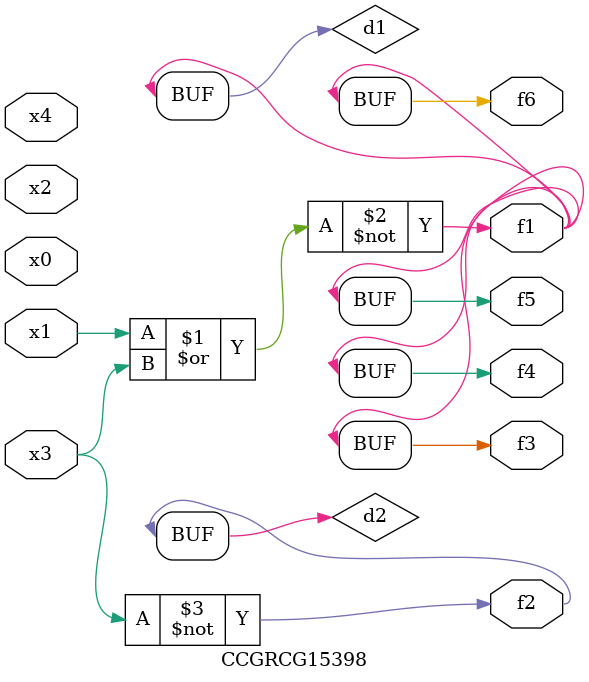
<source format=v>
module CCGRCG15398(
	input x0, x1, x2, x3, x4,
	output f1, f2, f3, f4, f5, f6
);

	wire d1, d2;

	nor (d1, x1, x3);
	not (d2, x3);
	assign f1 = d1;
	assign f2 = d2;
	assign f3 = d1;
	assign f4 = d1;
	assign f5 = d1;
	assign f6 = d1;
endmodule

</source>
